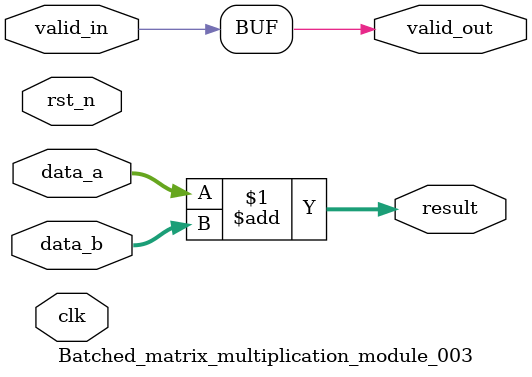
<source format=v>

module Batched_matrix_multiplication_module_003 (
    input clk,
    input rst_n,
    input valid_in,
    output valid_out,
    // Add specific ports based on operator type
    input [31:0] data_a,
    input [31:0] data_b,
    output [31:0] result
);

    // Module implementation would go here
    // This is a template - actual implementation depends on the operator
    
        // Matrix multiplication placeholder
    // Actual implementation would require systolic array or similar
    assign result = data_a + data_b; // Simplified
    assign valid_out = valid_in;

endmodule

</source>
